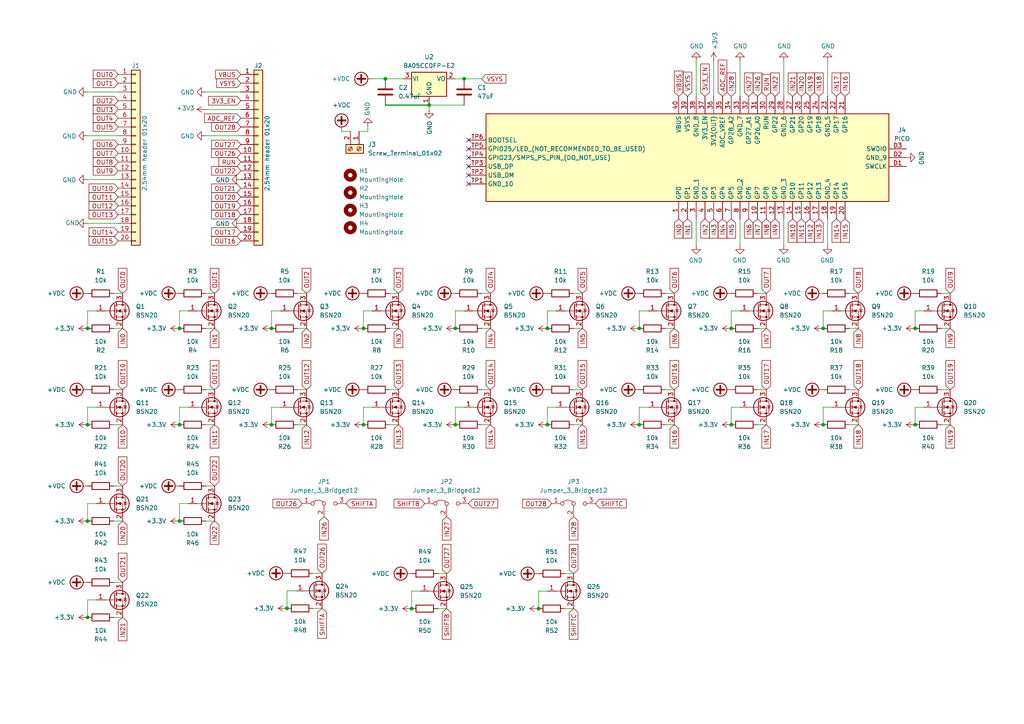
<source format=kicad_sch>
(kicad_sch (version 20230121) (generator eeschema)
  (paper "A4")
  (junction (at 25.4 95.25))
  (junction (at 119.38 176.53))
  (junction (at 78.74 95.25))
  (junction (at 25.4 179.07))
  (junction (at 124.46 30.48))
  (junction (at 52.07 95.25))
  (junction (at 238.76 123.19))
  (junction (at 212.09 95.25))
  (junction (at 78.74 123.19))
  (junction (at 158.75 123.19))
  (junction (at 158.75 95.25))
  (junction (at 25.4 123.19))
  (junction (at 265.43 95.25))
  (junction (at 212.09 123.19))
  (junction (at 134.62 22.86))
  (junction (at 105.41 123.19))
  (junction (at 52.07 123.19))
  (junction (at 83.2465 176.4457))
  (junction (at 265.43 123.19))
  (junction (at 52.07 151.13))
  (junction (at 185.42 123.19))
  (junction (at 238.76 95.25))
  (junction (at 185.42 95.25))
  (junction (at 132.08 95.25))
  (junction (at 111.76 22.86))
  (junction (at 105.41 95.25))
  (junction (at 132.08 123.19))
  (junction (at 25.4 151.13))
  (junction (at 156.21 176.53))
  (no_connect (at 135.89 53.34))
  (no_connect (at 135.89 40.64))
  (no_connect (at 135.89 43.18))
  (no_connect (at 135.89 48.26))
  (no_connect (at 135.89 50.8))
  (no_connect (at 135.89 45.72))
  (wire (pts (xy 59.69 123.19) (xy 62.23 123.19)))
  (wire (pts (xy 33.02 123.19) (xy 35.56 123.19)))
  (wire (pts (xy 25.4 179.07) (xy 25.4 173.99)))
  (wire (pts (xy 33.02 151.13) (xy 35.56 151.13)))
  (wire (pts (xy 59.69 140.97) (xy 62.23 140.97)))
  (wire (pts (xy 201.93 71.12) (xy 201.93 63.5)))
  (wire (pts (xy 78.74 95.25) (xy 78.74 90.17)))
  (wire (pts (xy 25.4 39.37) (xy 34.29 39.37)))
  (wire (pts (xy 86.36 85.09) (xy 88.9 85.09)))
  (wire (pts (xy 185.42 118.11) (xy 187.96 118.11)))
  (wire (pts (xy 86.36 113.03) (xy 88.9 113.03)))
  (wire (pts (xy 238.76 123.19) (xy 238.76 118.11)))
  (wire (pts (xy 105.41 123.19) (xy 105.41 118.11)))
  (wire (pts (xy 83.2465 171.3657) (xy 85.7865 171.3657)))
  (wire (pts (xy 86.36 123.19) (xy 88.9 123.19)))
  (wire (pts (xy 132.08 123.19) (xy 132.08 118.11)))
  (wire (pts (xy 246.38 123.19) (xy 248.92 123.19)))
  (wire (pts (xy 90.8665 176.4457) (xy 93.4065 176.4457)))
  (wire (pts (xy 212.09 118.11) (xy 214.63 118.11)))
  (wire (pts (xy 113.03 95.25) (xy 115.57 95.25)))
  (wire (pts (xy 132.08 118.11) (xy 134.62 118.11)))
  (wire (pts (xy 193.04 95.25) (xy 195.58 95.25)))
  (wire (pts (xy 25.4 52.07) (xy 34.29 52.07)))
  (wire (pts (xy 25.4 64.77) (xy 34.29 64.77)))
  (wire (pts (xy 78.74 90.17) (xy 81.28 90.17)))
  (wire (pts (xy 185.42 95.25) (xy 185.42 90.17)))
  (wire (pts (xy 59.69 85.09) (xy 62.23 85.09)))
  (wire (pts (xy 132.08 95.25) (xy 132.08 90.17)))
  (wire (pts (xy 105.41 118.11) (xy 107.95 118.11)))
  (wire (pts (xy 25.4 90.17) (xy 27.94 90.17)))
  (wire (pts (xy 193.04 113.03) (xy 195.58 113.03)))
  (wire (pts (xy 265.43 123.19) (xy 265.43 118.11)))
  (wire (pts (xy 246.38 113.03) (xy 248.92 113.03)))
  (wire (pts (xy 113.03 113.03) (xy 115.57 113.03)))
  (wire (pts (xy 185.42 123.19) (xy 185.42 118.11)))
  (wire (pts (xy 238.76 90.17) (xy 241.3 90.17)))
  (wire (pts (xy 25.4 95.25) (xy 25.4 90.17)))
  (wire (pts (xy 166.37 113.03) (xy 168.91 113.03)))
  (wire (pts (xy 25.4 173.99) (xy 27.94 173.99)))
  (wire (pts (xy 163.83 176.53) (xy 166.37 176.53)))
  (wire (pts (xy 25.4 123.19) (xy 25.4 118.11)))
  (wire (pts (xy 265.43 90.17) (xy 267.97 90.17)))
  (wire (pts (xy 111.76 30.48) (xy 124.46 30.48)) (stroke (width 0.33)))
  (wire (pts (xy 99.06 38.1) (xy 101.6 38.1)))
  (wire (pts (xy 156.21 171.45) (xy 158.75 171.45)))
  (wire (pts (xy 132.08 90.17) (xy 134.62 90.17)))
  (wire (pts (xy 59.69 26.67) (xy 69.85 26.67)))
  (wire (pts (xy 273.05 95.25) (xy 275.59 95.25)))
  (wire (pts (xy 158.75 90.17) (xy 161.29 90.17)))
  (wire (pts (xy 59.69 39.37) (xy 69.85 39.37)))
  (wire (pts (xy 25.4 26.67) (xy 34.29 26.67)))
  (wire (pts (xy 219.71 123.19) (xy 222.25 123.19)))
  (wire (pts (xy 212.09 95.25) (xy 212.09 90.17)))
  (wire (pts (xy 127 166.37) (xy 129.54 166.37)))
  (wire (pts (xy 265.43 95.25) (xy 265.43 90.17)))
  (wire (pts (xy 105.41 90.17) (xy 107.95 90.17)))
  (wire (pts (xy 273.05 123.19) (xy 275.59 123.19)))
  (wire (pts (xy 219.71 113.03) (xy 222.25 113.03)))
  (wire (pts (xy 124.46 31.75) (xy 124.46 30.48)))
  (wire (pts (xy 119.38 176.53) (xy 119.38 171.45)))
  (wire (pts (xy 52.07 90.17) (xy 54.61 90.17)))
  (wire (pts (xy 265.43 118.11) (xy 267.97 118.11)))
  (wire (pts (xy 83.2465 176.4457) (xy 83.2465 171.3657)))
  (wire (pts (xy 240.03 17.78) (xy 240.03 27.94)))
  (wire (pts (xy 158.75 123.19) (xy 158.75 118.11)))
  (wire (pts (xy 111.76 22.86) (xy 116.84 22.86)))
  (wire (pts (xy 166.37 95.25) (xy 168.91 95.25)))
  (wire (pts (xy 33.02 95.25) (xy 35.56 95.25)))
  (wire (pts (xy 193.04 123.19) (xy 195.58 123.19)))
  (wire (pts (xy 273.05 113.03) (xy 275.59 113.03)))
  (wire (pts (xy 124.46 30.48) (xy 134.62 30.48)))
  (wire (pts (xy 119.38 171.45) (xy 121.92 171.45)))
  (wire (pts (xy 139.7 123.19) (xy 142.24 123.19)))
  (wire (pts (xy 238.76 95.25) (xy 238.76 90.17)))
  (wire (pts (xy 59.69 113.03) (xy 62.23 113.03)))
  (wire (pts (xy 166.37 123.19) (xy 168.91 123.19)))
  (wire (pts (xy 139.7 85.09) (xy 142.24 85.09)))
  (wire (pts (xy 59.69 31.75) (xy 69.85 31.75)))
  (wire (pts (xy 127 176.53) (xy 129.54 176.53)))
  (wire (pts (xy 166.37 85.09) (xy 168.91 85.09)))
  (wire (pts (xy 193.04 85.09) (xy 195.58 85.09)))
  (wire (pts (xy 113.03 85.09) (xy 115.57 85.09)))
  (wire (pts (xy 86.36 95.25) (xy 88.9 95.25)))
  (wire (pts (xy 201.93 17.78) (xy 201.93 27.94)))
  (wire (pts (xy 104.14 38.1) (xy 106.68 38.1)))
  (wire (pts (xy 139.7 95.25) (xy 142.24 95.25)))
  (wire (pts (xy 273.05 85.09) (xy 275.59 85.09)))
  (wire (pts (xy 25.4 118.11) (xy 27.94 118.11)))
  (wire (pts (xy 212.09 123.19) (xy 212.09 118.11)))
  (wire (pts (xy 227.33 71.12) (xy 227.33 63.5)))
  (wire (pts (xy 52.07 146.05) (xy 54.61 146.05)))
  (wire (pts (xy 139.7 22.86) (xy 134.62 22.86)))
  (wire (pts (xy 207.01 17.78) (xy 207.01 27.94)))
  (wire (pts (xy 52.07 123.19) (xy 52.07 118.11)))
  (wire (pts (xy 212.09 90.17) (xy 214.63 90.17)))
  (wire (pts (xy 134.62 22.86) (xy 132.08 22.86)))
  (wire (pts (xy 240.03 71.12) (xy 240.03 63.5)))
  (wire (pts (xy 156.21 176.53) (xy 156.21 171.45)))
  (wire (pts (xy 158.75 118.11) (xy 161.29 118.11)))
  (wire (pts (xy 25.4 151.13) (xy 25.4 146.05)))
  (wire (pts (xy 238.76 118.11) (xy 241.3 118.11)))
  (wire (pts (xy 78.74 118.11) (xy 81.28 118.11)))
  (wire (pts (xy 33.02 179.07) (xy 35.56 179.07)))
  (wire (pts (xy 25.4 146.05) (xy 27.94 146.05)))
  (wire (pts (xy 33.02 113.03) (xy 35.56 113.03)))
  (wire (pts (xy 52.07 95.25) (xy 52.07 90.17)))
  (wire (pts (xy 52.07 151.13) (xy 52.07 146.05)))
  (wire (pts (xy 214.63 17.78) (xy 214.63 27.94)))
  (wire (pts (xy 227.33 17.78) (xy 227.33 27.94)))
  (wire (pts (xy 113.03 123.19) (xy 115.57 123.19)))
  (wire (pts (xy 219.71 85.09) (xy 222.25 85.09)))
  (wire (pts (xy 106.68 38.1) (xy 106.68 36.83)))
  (wire (pts (xy 90.8665 166.2857) (xy 93.4065 166.2857)))
  (wire (pts (xy 163.83 166.37) (xy 166.37 166.37)))
  (wire (pts (xy 107.95 22.86) (xy 111.76 22.86)))
  (wire (pts (xy 214.63 71.12) (xy 214.63 63.5)))
  (wire (pts (xy 33.02 168.91) (xy 35.56 168.91)))
  (wire (pts (xy 246.38 95.25) (xy 248.92 95.25)))
  (wire (pts (xy 33.02 140.97) (xy 35.56 140.97)))
  (wire (pts (xy 59.69 151.13) (xy 62.23 151.13)))
  (wire (pts (xy 59.69 95.25) (xy 62.23 95.25)))
  (wire (pts (xy 185.42 90.17) (xy 187.96 90.17)))
  (wire (pts (xy 105.41 95.25) (xy 105.41 90.17)))
  (wire (pts (xy 52.07 118.11) (xy 54.61 118.11)))
  (wire (pts (xy 139.7 113.03) (xy 142.24 113.03)))
  (wire (pts (xy 33.02 85.09) (xy 35.56 85.09)))
  (wire (pts (xy 78.74 123.19) (xy 78.74 118.11)))
  (wire (pts (xy 246.38 85.09) (xy 248.92 85.09)))
  (wire (pts (xy 158.75 95.25) (xy 158.75 90.17)))
  (wire (pts (xy 219.71 95.25) (xy 222.25 95.25)))
  (global_label "OUT7" (shape input) (at 222.25 85.09 90) (property "Intersheetrefs" "${INTERSHEET_REFS}" (effects hide)))
  (global_label "IN7" (shape input) (at 222.25 95.25 270) (property "Intersheetrefs" "${INTERSHEET_REFS}" (effects hide)))
  (global_label "IN19" (shape input) (at 275.59 123.19 270) (property "Intersheetrefs" "${INTERSHEET_REFS}" (effects hide)))
  (global_label "IN12" (shape input) (at 88.9 123.19 270) (property "Intersheetrefs" "${INTERSHEET_REFS}" (effects hide)))
  (global_label "VBUS" (shape input) (at 196.85 27.94 90) (property "Intersheetrefs" "${INTERSHEET_REFS}" (effects hide)))
  (global_label "IN22" (shape input) (at 62.23 151.13 270) (property "Intersheetrefs" "${INTERSHEET_REFS}" (effects hide)))
  (global_label "VBUS" (shape input) (at 69.85 21.59 180) (property "Intersheetrefs" "${INTERSHEET_REFS}" (effects hide)))
  (global_label "IN7" (shape input) (at 219.71 63.5 270) (property "Intersheetrefs" "${INTERSHEET_REFS}" (effects hide)))
  (global_label "OUT0" (shape input) (at 34.29 21.59 180) (property "Intersheetrefs" "${INTERSHEET_REFS}" (effects hide)))
  (global_label "OUT6" (shape input) (at 195.58 85.09 90) (property "Intersheetrefs" "${INTERSHEET_REFS}" (effects hide)))
  (global_label "IN3" (shape input) (at 115.57 95.25 270) (property "Intersheetrefs" "${INTERSHEET_REFS}" (effects hide)))
  (global_label "IN8" (shape input) (at 248.92 95.25 270) (property "Intersheetrefs" "${INTERSHEET_REFS}" (effects hide)))
  (global_label "ADC_REF" (shape input) (at 69.85 34.29 180) (property "Intersheetrefs" "${INTERSHEET_REFS}" (effects hide)))
  (global_label "IN4" (shape input) (at 142.24 95.25 270) (property "Intersheetrefs" "${INTERSHEET_REFS}" (effects hide)))
  (global_label "IN17" (shape input) (at 222.25 123.19 270) (property "Intersheetrefs" "${INTERSHEET_REFS}" (effects hide)))
  (global_label "OUT12" (shape input) (at 88.9 113.03 90) (property "Intersheetrefs" "${INTERSHEET_REFS}" (effects hide)))
  (global_label "SHIFTA" (shape input) (at 93.4065 176.4457 270) (property "Intersheetrefs" "${INTERSHEET_REFS}" (effects hide)))
  (global_label "SHIFTC" (shape input) (at 166.37 176.53 270) (property "Intersheetrefs" "${INTERSHEET_REFS}" (effects hide)))
  (global_label "IN15" (shape input) (at 245.11 63.5 270) (property "Intersheetrefs" "${INTERSHEET_REFS}" (effects hide)))
  (global_label "IN20" (shape input) (at 232.41 27.94 90) (property "Intersheetrefs" "${INTERSHEET_REFS}" (effects hide)))
  (global_label "OUT11" (shape input) (at 62.23 113.03 90) (property "Intersheetrefs" "${INTERSHEET_REFS}" (effects hide)))
  (global_label "OUT26" (shape input) (at 87.63 146.05 180) (property "Intersheetrefs" "${INTERSHEET_REFS}" (effects hide)))
  (global_label "OUT27" (shape input) (at 129.54 166.37 90) (property "Intersheetrefs" "${INTERSHEET_REFS}" (effects hide)))
  (global_label "OUT8" (shape input) (at 34.29 46.99 180) (property "Intersheetrefs" "${INTERSHEET_REFS}" (effects hide)))
  (global_label "ADC_REF" (shape input) (at 209.55 27.94 90) (property "Intersheetrefs" "${INTERSHEET_REFS}" (effects hide)))
  (global_label "OUT10" (shape input) (at 34.29 54.61 180) (property "Intersheetrefs" "${INTERSHEET_REFS}" (effects hide)))
  (global_label "OUT22" (shape input) (at 62.23 140.97 90) (property "Intersheetrefs" "${INTERSHEET_REFS}" (effects hide)))
  (global_label "OUT26" (shape input) (at 69.85 44.45 180) (property "Intersheetrefs" "${INTERSHEET_REFS}" (effects hide)))
  (global_label "IN6" (shape input) (at 195.58 95.25 270) (property "Intersheetrefs" "${INTERSHEET_REFS}" (effects hide)))
  (global_label "VSYS" (shape input) (at 139.7 22.86 0) (property "Intersheetrefs" "${INTERSHEET_REFS}" (effects hide)))
  (global_label "OUT3" (shape input) (at 34.29 31.75 180) (property "Intersheetrefs" "${INTERSHEET_REFS}" (effects hide)))
  (global_label "OUT28" (shape input) (at 166.37 166.37 90) (property "Intersheetrefs" "${INTERSHEET_REFS}" (effects hide)))
  (global_label "OUT15" (shape input) (at 34.29 69.85 180) (property "Intersheetrefs" "${INTERSHEET_REFS}" (effects hide)))
  (global_label "IN13" (shape input) (at 115.57 123.19 270) (property "Intersheetrefs" "${INTERSHEET_REFS}" (effects hide)))
  (global_label "OUT4" (shape input) (at 142.24 85.09 90) (property "Intersheetrefs" "${INTERSHEET_REFS}" (effects hide)))
  (global_label "OUT15" (shape input) (at 168.91 113.03 90) (property "Intersheetrefs" "${INTERSHEET_REFS}" (effects hide)))
  (global_label "3V3_EN" (shape input) (at 69.85 29.21 180) (property "Intersheetrefs" "${INTERSHEET_REFS}" (effects hide)))
  (global_label "SHIFTA" (shape input) (at 100.33 146.05 0) (property "Intersheetrefs" "${INTERSHEET_REFS}" (effects hide)))
  (global_label "OUT19" (shape input) (at 275.59 113.03 90) (property "Intersheetrefs" "${INTERSHEET_REFS}" (effects hide)))
  (global_label "OUT28" (shape input) (at 160.02 146.05 180) (property "Intersheetrefs" "${INTERSHEET_REFS}" (effects hide)))
  (global_label "OUT1" (shape input) (at 62.23 85.09 90) (property "Intersheetrefs" "${INTERSHEET_REFS}" (effects hide)))
  (global_label "OUT19" (shape input) (at 69.85 59.69 180) (property "Intersheetrefs" "${INTERSHEET_REFS}" (effects hide)))
  (global_label "OUT13" (shape input) (at 115.57 113.03 90) (property "Intersheetrefs" "${INTERSHEET_REFS}" (effects hide)))
  (global_label "OUT20" (shape input) (at 69.85 57.15 180) (property "Intersheetrefs" "${INTERSHEET_REFS}" (effects hide)))
  (global_label "IN1" (shape input) (at 199.39 63.5 270) (property "Intersheetrefs" "${INTERSHEET_REFS}" (effects hide)))
  (global_label "IN17" (shape input) (at 242.57 27.94 90) (property "Intersheetrefs" "${INTERSHEET_REFS}" (effects hide)))
  (global_label "OUT2" (shape input) (at 88.9 85.09 90) (property "Intersheetrefs" "${INTERSHEET_REFS}" (effects hide)))
  (global_label "IN9" (shape input) (at 275.59 95.25 270) (property "Intersheetrefs" "${INTERSHEET_REFS}" (effects hide)))
  (global_label "OUT28" (shape input) (at 69.85 36.83 180) (property "Intersheetrefs" "${INTERSHEET_REFS}" (effects hide)))
  (global_label "OUT17" (shape input) (at 69.85 67.31 180) (property "Intersheetrefs" "${INTERSHEET_REFS}" (effects hide)))
  (global_label "3V3_EN" (shape input) (at 204.47 27.94 90) (property "Intersheetrefs" "${INTERSHEET_REFS}" (effects hide)))
  (global_label "OUT22" (shape input) (at 69.85 49.53 180) (property "Intersheetrefs" "${INTERSHEET_REFS}" (effects hide)))
  (global_label "IN16" (shape input) (at 195.58 123.19 270) (property "Intersheetrefs" "${INTERSHEET_REFS}" (effects hide)))
  (global_label "IN12" (shape input) (at 234.95 63.5 270) (property "Intersheetrefs" "${INTERSHEET_REFS}" (effects hide)))
  (global_label "OUT26" (shape input) (at 93.4065 166.2857 90) (property "Intersheetrefs" "${INTERSHEET_REFS}" (effects hide)))
  (global_label "RUN" (shape input) (at 69.85 46.99 180) (property "Intersheetrefs" "${INTERSHEET_REFS}" (effects hide)))
  (global_label "OUT6" (shape input) (at 34.29 41.91 180) (property "Intersheetrefs" "${INTERSHEET_REFS}" (effects hide)))
  (global_label "VSYS" (shape input) (at 199.39 27.94 90) (property "Intersheetrefs" "${INTERSHEET_REFS}" (effects hide)))
  (global_label "OUT9" (shape input) (at 34.29 49.53 180) (property "Intersheetrefs" "${INTERSHEET_REFS}" (effects hide)))
  (global_label "IN10" (shape input) (at 229.87 63.5 270) (property "Intersheetrefs" "${INTERSHEET_REFS}" (effects hide)))
  (global_label "IN21" (shape input) (at 35.56 179.07 270) (property "Intersheetrefs" "${INTERSHEET_REFS}" (effects hide)))
  (global_label "IN10" (shape input) (at 35.56 123.19 270) (property "Intersheetrefs" "${INTERSHEET_REFS}" (effects hide)))
  (global_label "IN26" (shape input) (at 93.98 149.86 270) (property "Intersheetrefs" "${INTERSHEET_REFS}" (effects hide)))
  (global_label "SHIFTB" (shape input) (at 123.19 146.05 180) (property "Intersheetrefs" "${INTERSHEET_REFS}" (effects hide)))
  (global_label "IN13" (shape input) (at 237.49 63.5 270) (property "Intersheetrefs" "${INTERSHEET_REFS}" (effects hide)))
  (global_label "IN19" (shape input) (at 234.95 27.94 90) (property "Intersheetrefs" "${INTERSHEET_REFS}" (effects hide)))
  (global_label "OUT18" (shape input) (at 69.85 62.23 180) (property "Intersheetrefs" "${INTERSHEET_REFS}" (effects hide)))
  (global_label "OUT5" (shape input) (at 168.91 85.09 90) (property "Intersheetrefs" "${INTERSHEET_REFS}" (effects hide)))
  (global_label "IN4" (shape input) (at 209.55 63.5 270) (property "Intersheetrefs" "${INTERSHEET_REFS}" (effects hide)))
  (global_label "IN0" (shape input) (at 35.56 95.25 270) (property "Intersheetrefs" "${INTERSHEET_REFS}" (effects hide)))
  (global_label "IN5" (shape input) (at 168.91 95.25 270) (property "Intersheetrefs" "${INTERSHEET_REFS}" (effects hide)))
  (global_label "IN3" (shape input) (at 207.01 63.5 270) (property "Intersheetrefs" "${INTERSHEET_REFS}" (effects hide)))
  (global_label "OUT11" (shape input) (at 34.29 57.15 180) (property "Intersheetrefs" "${INTERSHEET_REFS}" (effects hide)))
  (global_label "SHIFTB" (shape input) (at 129.54 176.53 270) (property "Intersheetrefs" "${INTERSHEET_REFS}" (effects hide)))
  (global_label "OUT7" (shape input) (at 34.29 44.45 180) (property "Intersheetrefs" "${INTERSHEET_REFS}" (effects hide)))
  (global_label "IN21" (shape input) (at 229.87 27.94 90) (property "Intersheetrefs" "${INTERSHEET_REFS}" (effects hide)))
  (global_label "IN27" (shape input) (at 217.17 27.94 90) (property "Intersheetrefs" "${INTERSHEET_REFS}" (effects hide)))
  (global_label "IN28" (shape input) (at 212.09 27.94 90) (property "Intersheetrefs" "${INTERSHEET_REFS}" (effects hide)))
  (global_label "IN11" (shape input) (at 62.23 123.19 270) (property "Intersheetrefs" "${INTERSHEET_REFS}" (effects hide)))
  (global_label "OUT2" (shape input) (at 34.29 29.21 180) (property "Intersheetrefs" "${INTERSHEET_REFS}" (effects hide)))
  (global_label "RUN" (shape input) (at 222.25 27.94 90) (property "Intersheetrefs" "${INTERSHEET_REFS}" (effects hide)))
  (global_label "OUT1" (shape input) (at 34.29 24.13 180) (property "Intersheetrefs" "${INTERSHEET_REFS}" (effects hide)))
  (global_label "OUT20" (shape input) (at 35.56 140.97 90) (property "Intersheetrefs" "${INTERSHEET_REFS}" (effects hide)))
  (global_label "IN20" (shape input) (at 35.56 151.13 270) (property "Intersheetrefs" "${INTERSHEET_REFS}" (effects hide)))
  (global_label "IN2" (shape input) (at 204.47 63.5 270) (property "Intersheetrefs" "${INTERSHEET_REFS}" (effects hide)))
  (global_label "IN6" (shape input) (at 217.17 63.5 270) (property "Intersheetrefs" "${INTERSHEET_REFS}" (effects hide)))
  (global_label "OUT9" (shape input) (at 275.59 85.09 90) (property "Intersheetrefs" "${INTERSHEET_REFS}" (effects hide)))
  (global_label "IN5" (shape input) (at 212.09 63.5 270) (property "Intersheetrefs" "${INTERSHEET_REFS}" (effects hide)))
  (global_label "IN9" (shape input) (at 224.79 63.5 270) (property "Intersheetrefs" "${INTERSHEET_REFS}" (effects hide)))
  (global_label "OUT8" (shape input) (at 248.92 85.09 90) (property "Intersheetrefs" "${INTERSHEET_REFS}" (effects hide)))
  (global_label "OUT3" (shape input) (at 115.57 85.09 90) (property "Intersheetrefs" "${INTERSHEET_REFS}" (effects hide)))
  (global_label "IN18" (shape input) (at 237.49 27.94 90) (property "Intersheetrefs" "${INTERSHEET_REFS}" (effects hide)))
  (global_label "OUT12" (shape input) (at 34.29 59.69 180) (property "Intersheetrefs" "${INTERSHEET_REFS}" (effects hide)))
  (global_label "OUT21" (shape input) (at 69.85 54.61 180) (property "Intersheetrefs" "${INTERSHEET_REFS}" (effects hide)))
  (global_label "IN14" (shape input) (at 142.24 123.19 270) (property "Intersheetrefs" "${INTERSHEET_REFS}" (effects hide)))
  (global_label "SHIFTC" (shape input) (at 172.72 146.05 0) (property "Intersheetrefs" "${INTERSHEET_REFS}" (effects hide)))
  (global_label "IN8" (shape input) (at 222.25 63.5 270) (property "Intersheetrefs" "${INTERSHEET_REFS}" (effects hide)))
  (global_label "IN14" (shape input) (at 242.57 63.5 270) (property "Intersheetrefs" "${INTERSHEET_REFS}" (effects hide)))
  (global_label "IN26" (shape input) (at 219.71 27.94 90) (property "Intersheetrefs" "${INTERSHEET_REFS}" (effects hide)))
  (global_label "OUT5" (shape input) (at 34.29 36.83 180) (property "Intersheetrefs" "${INTERSHEET_REFS}" (effects hide)))
  (global_label "IN18" (shape input) (at 248.92 123.19 270) (property "Intersheetrefs" "${INTERSHEET_REFS}" (effects hide)))
  (global_label "IN27" (shape input) (at 129.54 149.86 270) (property "Intersheetrefs" "${INTERSHEET_REFS}" (effects hide)))
  (global_label "OUT16" (shape input) (at 195.58 113.03 90) (property "Intersheetrefs" "${INTERSHEET_REFS}" (effects hide)))
  (global_label "OUT14" (shape input) (at 34.29 67.31 180) (property "Intersheetrefs" "${INTERSHEET_REFS}" (effects hide)))
  (global_label "OUT4" (shape input) (at 34.29 34.29 180) (property "Intersheetrefs" "${INTERSHEET_REFS}" (effects hide)))
  (global_label "OUT27" (shape input) (at 135.89 146.05 0) (property "Intersheetrefs" "${INTERSHEET_REFS}" (effects hide)))
  (global_label "IN11" (shape input) (at 232.41 63.5 270) (property "Intersheetrefs" "${INTERSHEET_REFS}" (effects hide)))
  (global_label "IN16" (shape input) (at 245.11 27.94 90) (property "Intersheetrefs" "${INTERSHEET_REFS}" (effects hide)))
  (global_label "OUT14" (shape input) (at 142.24 113.03 90) (property "Intersheetrefs" "${INTERSHEET_REFS}" (effects hide)))
  (global_label "IN1" (shape input) (at 62.23 95.25 270) (property "Intersheetrefs" "${INTERSHEET_REFS}" (effects hide)))
  (global_label "OUT21" (shape input) (at 35.56 168.91 90) (property "Intersheetrefs" "${INTERSHEET_REFS}" (effects hide)))
  (global_label "OUT18" (shape input) (at 248.92 113.03 90) (property "Intersheetrefs" "${INTERSHEET_REFS}" (effects hide)))
  (global_label "OUT27" (shape input) (at 69.85 41.91 180) (property "Intersheetrefs" "${INTERSHEET_REFS}" (effects hide)))
  (global_label "OUT0" (shape input) (at 35.56 85.09 90) (property "Intersheetrefs" "${INTERSHEET_REFS}" (effects hide)))
  (global_label "VSYS" (shape input) (at 69.85 24.13 180) (property "Intersheetrefs" "${INTERSHEET_REFS}" (effects hide)))
  (global_label "OUT13" (shape input) (at 34.29 62.23 180) (property "Intersheetrefs" "${INTERSHEET_REFS}" (effects hide)))
  (global_label "IN28" (shape input) (at 166.37 149.86 270) (property "Intersheetrefs" "${INTERSHEET_REFS}" (effects hide)))
  (global_label "IN15" (shape input) (at 168.91 123.19 270) (property "Intersheetrefs" "${INTERSHEET_REFS}" (effects hide)))
  (global_label "OUT17" (shape input) (at 222.25 113.03 90) (property "Intersheetrefs" "${INTERSHEET_REFS}" (effects hide)))
  (global_label "IN0" (shape input) (at 196.85 63.5 270) (property "Intersheetrefs" "${INTERSHEET_REFS}" (effects hide)))
  (global_label "OUT16" (shape input) (at 69.85 69.85 180) (property "Intersheetrefs" "${INTERSHEET_REFS}" (effects hide)))
  (global_label "IN2" (shape input) (at 88.9 95.25 270) (property "Intersheetrefs" "${INTERSHEET_REFS}" (effects hide)))
  (global_label "OUT10" (shape input) (at 35.56 113.03 90) (property "Intersheetrefs" "${INTERSHEET_REFS}" (effects hide)))
  (global_label "IN22" (shape input) (at 224.79 27.94 90) (property "Intersheetrefs" "${INTERSHEET_REFS}" (effects hide)))
  (symbol (lib_id "power:+VDC") (at 238.76 85.09 90) (unit 1)
    (property "Reference" "#PWR027" (effects hide))
    (property "Value" "+VDC" (at 232.41 85.09 90) (effects (justify left)))
  )
  (symbol (lib_id "Transistor_FET:BSN20") (at 273.05 118.11 0) (unit 1)
    (property "Reference" "Q20" (at 279.4 116.84 0) (effects (justify left)))
    (property "Value" "BSN20" (at 279.4 119.38 0) (effects (justify left)))
    (property "Footprint" "Package_TO_SOT_SMD:SOT-23" (effects hide))
    (property "Datasheet" "http://www.diodes.com/assets/Datasheets/ds31898.pdf" (effects hide))
  )
  (symbol (lib_id "power:GND") (at 201.93 17.78 0) (mirror x) (unit 1)
    (property "Reference" "#PWR051" (effects hide))
    (property "Value" "GND" (at 202.057 13.3858 0))
  )
  (symbol (lib_name "+3.3V_1") (lib_id "power:+3.3V") (at 238.76 95.25 90) (unit 1)
    (property "Reference" "#PWR028" (effects hide))
    (property "Value" "+3.3V" (at 234.95 95.25 90) (effects (justify left)))
  )
  (symbol (lib_id "power:GND") (at 25.4 26.67 270) (unit 1)
    (property "Reference" "#PWR05" (effects hide))
    (property "Value" "GND" (at 20.32 26.67 90))
  )
  (symbol (lib_id "Device:R") (at 162.56 123.19 270) (unit 1)
    (property "Reference" "R32" (at 162.56 129.54 90))
    (property "Value" "10k" (at 162.56 127 90))
    (property "Footprint" "Resistor_SMD:R_0402_1005Metric" (effects hide))
  )
  (symbol (lib_name "+3.3V_1") (lib_id "power:+3.3V") (at 185.42 123.19 90) (unit 1)
    (property "Reference" "#PWR055" (effects hide))
    (property "Value" "+3.3V" (at 181.61 123.19 90) (effects (justify left)))
  )
  (symbol (lib_id "power:GND") (at 262.89 45.72 90) (mirror x) (unit 1)
    (property "Reference" "#PWR047" (effects hide))
    (property "Value" "GND" (at 267.2842 45.847 0))
  )
  (symbol (lib_id "Transistor_FET:BSN20") (at 86.36 118.11 0) (unit 1)
    (property "Reference" "Q13" (at 92.71 116.84 0) (effects (justify left)))
    (property "Value" "BSN20" (at 92.71 119.38 0) (effects (justify left)))
    (property "Footprint" "Package_TO_SOT_SMD:SOT-23" (effects hide))
    (property "Datasheet" "http://www.diodes.com/assets/Datasheets/ds31898.pdf" (effects hide))
  )
  (symbol (lib_id "Device:R") (at 160.02 176.53 270) (unit 1)
    (property "Reference" "R52" (at 160.02 182.88 90))
    (property "Value" "10k" (at 160.02 180.34 90))
    (property "Footprint" "Resistor_SMD:R_0402_1005Metric" (effects hide))
  )
  (symbol (lib_name "+3.3V_1") (lib_id "power:+3.3V") (at 105.41 123.19 90) (unit 1)
    (property "Reference" "#PWR038" (effects hide))
    (property "Value" "+3.3V" (at 101.6 123.19 90) (effects (justify left)))
  )
  (symbol (lib_id "power:GND") (at 59.69 26.67 270) (unit 1)
    (property "Reference" "#PWR011" (effects hide))
    (property "Value" "GND" (at 56.4388 26.797 90) (effects (justify right)))
  )
  (symbol (lib_id "Device:R") (at 269.24 95.25 270) (unit 1)
    (property "Reference" "R20" (at 269.24 101.6 90))
    (property "Value" "10k" (at 269.24 99.06 90))
    (property "Footprint" "Resistor_SMD:R_0402_1005Metric" (effects hide))
  )
  (symbol (lib_id "Mechanical:MountingHole") (at 101.6 55.88 0) (unit 1)
    (property "Reference" "H2" (at 104.14 54.61 0) (effects (justify left)))
    (property "Value" "MountingHole" (at 104.14 57.15 0) (effects (justify left)))
    (property "Footprint" "MountingHole:MountingHole_4.3mm_M4_ISO14580" (effects hide))
  )
  (symbol (lib_id "power:+VDC") (at 265.43 113.03 90) (unit 1)
    (property "Reference" "#PWR060" (effects hide))
    (property "Value" "+VDC" (at 259.08 113.03 90) (effects (justify left)))
  )
  (symbol (lib_id "power:GND") (at 69.85 52.07 270) (unit 1)
    (property "Reference" "#PWR012" (effects hide))
    (property "Value" "GND" (at 66.5988 52.197 90) (effects (justify right)))
  )
  (symbol (lib_id "power:GND") (at 59.69 39.37 270) (unit 1)
    (property "Reference" "#PWR03" (effects hide))
    (property "Value" "GND" (at 56.4388 39.497 90) (effects (justify right)))
  )
  (symbol (lib_id "Device:R") (at 215.9 113.03 270) (unit 1)
    (property "Reference" "R35" (at 215.9 106.68 90))
    (property "Value" "10k" (at 215.9 109.22 90))
    (property "Footprint" "Resistor_SMD:R_0402_1005Metric" (effects hide))
  )
  (symbol (lib_id "Transistor_FET:BSN20") (at 246.38 118.11 0) (unit 1)
    (property "Reference" "Q19" (at 252.73 116.84 0) (effects (justify left)))
    (property "Value" "BSN20" (at 252.73 119.38 0) (effects (justify left)))
    (property "Footprint" "Package_TO_SOT_SMD:SOT-23" (effects hide))
    (property "Datasheet" "http://www.diodes.com/assets/Datasheets/ds31898.pdf" (effects hide))
  )
  (symbol (lib_id "CustomSymbol:PICO") (at 196.85 63.5 90) (unit 1)
    (property "Reference" "J4" (at 261.62 37.6839 90))
    (property "Value" "PICO" (at 261.62 40.2239 90))
    (property "Footprint" "CustomFeet:RPi_Pico_SMD_TH" (effects hide))
    (property "Datasheet" "https://datasheets.raspberrypi.org/pico/pico_datasheet.pdf" (effects hide))
    (property "Height" "1" (effects hide))
    (property "Manufacturer_Name" "RASPBERRY-PI" (effects hide))
    (property "Manufacturer_Part_Number" "PICO" (effects hide))
  )
  (symbol (lib_id "Transistor_FET:BSN20") (at 59.69 146.05 0) (unit 1)
    (property "Reference" "Q23" (at 66.04 144.78 0) (effects (justify left)))
    (property "Value" "BSN20" (at 66.04 147.32 0) (effects (justify left)))
    (property "Footprint" "Package_TO_SOT_SMD:SOT-23" (effects hide))
    (property "Datasheet" "http://www.diodes.com/assets/Datasheets/ds31898.pdf" (effects hide))
  )
  (symbol (lib_id "Transistor_FET:BSN20") (at 33.02 118.11 0) (unit 1)
    (property "Reference" "Q11" (at 39.37 116.84 0) (effects (justify left)))
    (property "Value" "BSN20" (at 39.37 119.38 0) (effects (justify left)))
    (property "Footprint" "Package_TO_SOT_SMD:SOT-23" (effects hide))
    (property "Datasheet" "http://www.diodes.com/assets/Datasheets/ds31898.pdf" (effects hide))
  )
  (symbol (lib_id "Jumper:Jumper_3_Bridged12") (at 129.54 146.05 0) (unit 1)
    (property "Reference" "JP2" (at 129.54 139.7 0))
    (property "Value" "Jumper_3_Bridged12" (at 129.54 142.24 0))
    (property "Footprint" "CustomFeet:SolderJumper-3_P1.3mm_Bridged12_RoundedPad1.0x1.5mm" (effects hide))
  )
  (symbol (lib_id "power:GND") (at 214.63 17.78 0) (mirror x) (unit 1)
    (property "Reference" "#PWR050" (effects hide))
    (property "Value" "GND" (at 214.757 13.3858 0))
  )
  (symbol (lib_id "power:+VDC") (at 52.07 140.97 90) (unit 1)
    (property "Reference" "#PWR066" (effects hide))
    (property "Value" "+VDC" (at 45.72 140.97 90) (effects (justify left)))
  )
  (symbol (lib_id "Transistor_FET:BSN20") (at 139.7 118.11 0) (unit 1)
    (property "Reference" "Q15" (at 146.05 116.84 0) (effects (justify left)))
    (property "Value" "BSN20" (at 146.05 119.38 0) (effects (justify left)))
    (property "Footprint" "Package_TO_SOT_SMD:SOT-23" (effects hide))
    (property "Datasheet" "http://www.diodes.com/assets/Datasheets/ds31898.pdf" (effects hide))
  )
  (symbol (lib_id "Device:R") (at 162.56 85.09 270) (unit 1)
    (property "Reference" "R11" (at 162.56 78.74 90))
    (property "Value" "10k" (at 162.56 81.28 90))
    (property "Footprint" "Resistor_SMD:R_0402_1005Metric" (effects hide))
  )
  (symbol (lib_id "Device:R") (at 29.21 168.91 270) (unit 1)
    (property "Reference" "R43" (at 29.21 162.56 90))
    (property "Value" "10k" (at 29.21 165.1 90))
    (property "Footprint" "Resistor_SMD:R_0402_1005Metric" (effects hide))
  )
  (symbol (lib_id "Transistor_FET:BSN20") (at 273.05 90.17 0) (unit 1)
    (property "Reference" "Q10" (at 279.4 88.9 0) (effects (justify left)))
    (property "Value" "BSN20" (at 279.4 91.44 0) (effects (justify left)))
    (property "Footprint" "Package_TO_SOT_SMD:SOT-23" (effects hide))
    (property "Datasheet" "http://www.diodes.com/assets/Datasheets/ds31898.pdf" (effects hide))
  )
  (symbol (lib_id "power:+VDC") (at 119.38 166.37 90) (unit 1)
    (property "Reference" "#PWR070" (effects hide))
    (property "Value" "+VDC" (at 113.03 166.37 90) (effects (justify left)))
  )
  (symbol (lib_id "Device:R") (at 123.19 176.53 270) (unit 1)
    (property "Reference" "R50" (at 123.19 182.88 90))
    (property "Value" "10k" (at 123.19 180.34 90))
    (property "Footprint" "Resistor_SMD:R_0402_1005Metric" (effects hide))
  )
  (symbol (lib_id "power:+VDC") (at 52.07 113.03 90) (unit 1)
    (property "Reference" "#PWR033" (effects hide))
    (property "Value" "+VDC" (at 45.72 113.03 90) (effects (justify left)))
  )
  (symbol (lib_id "Device:R") (at 55.88 140.97 270) (unit 1)
    (property "Reference" "R45" (at 55.88 134.62 90))
    (property "Value" "10k" (at 55.88 137.16 90))
    (property "Footprint" "Resistor_SMD:R_0402_1005Metric" (effects hide))
  )
  (symbol (lib_id "Device:R") (at 55.88 151.13 270) (unit 1)
    (property "Reference" "R46" (at 55.88 157.48 90))
    (property "Value" "10k" (at 55.88 154.94 90))
    (property "Footprint" "Resistor_SMD:R_0402_1005Metric" (effects hide))
  )
  (symbol (lib_id "power:+VDC") (at 25.4 140.97 90) (unit 1)
    (property "Reference" "#PWR062" (effects hide))
    (property "Value" "+VDC" (at 19.05 140.97 90) (effects (justify left)))
  )
  (symbol (lib_id "power:+VDC") (at 52.07 85.09 90) (unit 1)
    (property "Reference" "#PWR04" (effects hide))
    (property "Value" "+VDC" (at 45.72 85.09 90) (effects (justify left)))
  )
  (symbol (lib_id "power:GND") (at 240.03 17.78 0) (mirror x) (unit 1)
    (property "Reference" "#PWR048" (effects hide))
    (property "Value" "GND" (at 240.157 13.3858 0))
  )
  (symbol (lib_id "Device:R") (at 55.88 95.25 270) (unit 1)
    (property "Reference" "R4" (at 55.88 101.6 90))
    (property "Value" "10k" (at 55.88 99.06 90))
    (property "Footprint" "Resistor_SMD:R_0402_1005Metric" (effects hide))
  )
  (symbol (lib_id "Connector_Generic:Conn_01x20") (at 39.37 44.45 0) (unit 1)
    (property "Reference" "J1" (at 39.37 19.05 0))
    (property "Value" "2.54mm header 01x20" (at 41.91 44.45 90))
    (property "Footprint" "Connector_PinHeader_2.54mm:PinHeader_1x20_P2.54mm_Vertical" (effects hide))
    (property "LCSC" " " (effects hide))
  )
  (symbol (lib_id "Transistor_FET:BSN20") (at 33.02 146.05 0) (unit 1)
    (property "Reference" "Q21" (at 39.37 144.78 0) (effects (justify left)))
    (property "Value" "BSN20" (at 39.37 147.32 0) (effects (justify left)))
    (property "Footprint" "Package_TO_SOT_SMD:SOT-23" (effects hide))
    (property "Datasheet" "http://www.diodes.com/assets/Datasheets/ds31898.pdf" (effects hide))
  )
  (symbol (lib_id "Jumper:Jumper_3_Bridged12") (at 166.37 146.05 0) (unit 1)
    (property "Reference" "JP3" (at 166.37 139.7 0))
    (property "Value" "Jumper_3_Bridged12" (at 166.37 142.24 0))
    (property "Footprint" "CustomFeet:SolderJumper-3_P1.3mm_Bridged12_RoundedPad1.0x1.5mm" (effects hide))
  )
  (symbol (lib_id "Device:R") (at 242.57 95.25 270) (unit 1)
    (property "Reference" "R18" (at 242.57 101.6 90))
    (property "Value" "10k" (at 242.57 99.06 90))
    (property "Footprint" "Resistor_SMD:R_0402_1005Metric" (effects hide))
  )
  (symbol (lib_name "+3.3V_1") (lib_id "power:+3.3V") (at 78.74 123.19 90) (unit 1)
    (property "Reference" "#PWR036" (effects hide))
    (property "Value" "+3.3V" (at 74.93 123.19 90) (effects (justify left)))
  )
  (symbol (lib_id "Transistor_FET:BSN20") (at 59.69 118.11 0) (unit 1)
    (property "Reference" "Q12" (at 66.04 116.84 0) (effects (justify left)))
    (property "Value" "BSN20" (at 66.04 119.38 0) (effects (justify left)))
    (property "Footprint" "Package_TO_SOT_SMD:SOT-23" (effects hide))
    (property "Datasheet" "http://www.diodes.com/assets/Datasheets/ds31898.pdf" (effects hide))
  )
  (symbol (lib_id "Device:R") (at 109.22 113.03 270) (unit 1)
    (property "Reference" "R27" (at 109.22 106.68 90))
    (property "Value" "10k" (at 109.22 109.22 90))
    (property "Footprint" "Resistor_SMD:R_0402_1005Metric" (effects hide))
  )
  (symbol (lib_id "power:+VDC") (at 185.42 113.03 90) (unit 1)
    (property "Reference" "#PWR054" (effects hide))
    (property "Value" "+VDC" (at 179.07 113.03 90) (effects (justify left)))
  )
  (symbol (lib_id "Device:R") (at 123.19 166.37 270) (unit 1)
    (property "Reference" "R49" (at 123.19 160.02 90))
    (property "Value" "10k" (at 123.19 162.56 90))
    (property "Footprint" "Resistor_SMD:R_0402_1005Metric" (effects hide))
  )
  (symbol (lib_id "Device:R") (at 215.9 95.25 270) (unit 1)
    (property "Reference" "R16" (at 215.9 101.6 90))
    (property "Value" "10k" (at 215.9 99.06 90))
    (property "Footprint" "Resistor_SMD:R_0402_1005Metric" (effects hide))
  )
  (symbol (lib_id "Transistor_FET:BSN20") (at 113.03 90.17 0) (unit 1)
    (property "Reference" "Q4" (at 119.38 88.9 0) (effects (justify left)))
    (property "Value" "BSN20" (at 119.38 91.44 0) (effects (justify left)))
    (property "Footprint" "Package_TO_SOT_SMD:SOT-23" (effects hide))
    (property "Datasheet" "http://www.diodes.com/assets/Datasheets/ds31898.pdf" (effects hide))
  )
  (symbol (lib_id "power:+VDC") (at 132.08 85.09 90) (unit 1)
    (property "Reference" "#PWR019" (effects hide))
    (property "Value" "+VDC" (at 125.73 85.09 90) (effects (justify left)))
  )
  (symbol (lib_id "Device:R") (at 269.24 123.19 270) (unit 1)
    (property "Reference" "R40" (at 269.24 129.54 90))
    (property "Value" "10k" (at 269.24 127 90))
    (property "Footprint" "Resistor_SMD:R_0402_1005Metric" (effects hide))
  )
  (symbol (lib_id "power:+VDC") (at 25.4 113.03 90) (unit 1)
    (property "Reference" "#PWR031" (effects hide))
    (property "Value" "+VDC" (at 19.05 113.03 90) (effects (justify left)))
  )
  (symbol (lib_id "power:+VDC") (at 158.75 113.03 90) (unit 1)
    (property "Reference" "#PWR041" (effects hide))
    (property "Value" "+VDC" (at 152.4 113.03 90) (effects (justify left)))
  )
  (symbol (lib_name "+3.3V_1") (lib_id "power:+3.3V") (at 158.75 95.25 90) (unit 1)
    (property "Reference" "#PWR022" (effects hide))
    (property "Value" "+3.3V" (at 154.94 95.25 90) (effects (justify left)))
  )
  (symbol (lib_id "Device:R") (at 215.9 85.09 270) (unit 1)
    (property "Reference" "R15" (at 215.9 78.74 90))
    (property "Value" "10k" (at 215.9 81.28 90))
    (property "Footprint" "Resistor_SMD:R_0402_1005Metric" (effects hide))
  )
  (symbol (lib_id "power:+VDC") (at 158.75 85.09 90) (unit 1)
    (property "Reference" "#PWR021" (effects hide))
    (property "Value" "+VDC" (at 152.4 85.09 90) (effects (justify left)))
  )
  (symbol (lib_id "Mechanical:MountingHole") (at 101.6 66.04 0) (unit 1)
    (property "Reference" "H4" (at 104.14 64.77 0) (effects (justify left)))
    (property "Value" "MountingHole" (at 104.14 67.31 0) (effects (justify left)))
    (property "Footprint" "MountingHole:MountingHole_4.3mm_M4_ISO14580" (effects hide))
  )
  (symbol (lib_id "Device:C") (at 111.76 26.67 0) (unit 1)
    (property "Reference" "C2" (at 115.57 25.4 0) (effects (justify left)))
    (property "Value" "0.47uF" (at 115.57 27.94 0) (effects (justify left)))
    (property "Footprint" "Capacitor_SMD:C_0402_1005Metric" (effects hide))
  )
  (symbol (lib_id "Device:R") (at 82.55 85.09 270) (unit 1)
    (property "Reference" "R5" (at 82.55 78.74 90))
    (property "Value" "10k" (at 82.55 81.28 90))
    (property "Footprint" "Resistor_SMD:R_0402_1005Metric" (effects hide))
  )
  (symbol (lib_id "Regulator_Linear:AMS1117CD-5.0") (at 124.46 22.86 0) (unit 1)
    (property "Reference" "U2" (at 124.46 16.51 0))
    (property "Value" "BA05CC0FP-E2" (at 124.46 19.05 0))
    (property "Footprint" "Package_TO_SOT_SMD:TO-252-3_TabPin2" (effects hide))
    (property "Datasheet" "http://www.advanced-monolithic.com/pdf/ds1117.pdf" (effects hide))
  )
  (symbol (lib_id "power:GND") (at 227.33 17.78 0) (mirror x) (unit 1)
    (property "Reference" "#PWR049" (effects hide))
    (property "Value" "GND" (at 227.457 13.3858 0))
  )
  (symbol (lib_name "+3.3V_1") (lib_id "power:+3.3V") (at 25.4 95.25 90) (unit 1)
    (property "Reference" "#PWR02" (effects hide))
    (property "Value" "+3.3V" (at 21.59 95.25 90) (effects (justify left)))
  )
  (symbol (lib_id "power:+VDC") (at 238.76 113.03 90) (unit 1)
    (property "Reference" "#PWR058" (effects hide))
    (property "Value" "+VDC" (at 232.41 113.03 90) (effects (justify left)))
  )
  (symbol (lib_name "+3.3V_1") (lib_id "power:+3.3V") (at 25.4 123.19 90) (unit 1)
    (property "Reference" "#PWR032" (effects hide))
    (property "Value" "+3.3V" (at 21.59 123.19 90) (effects (justify left)))
  )
  (symbol (lib_id "Device:R") (at 87.0565 176.4457 270) (unit 1)
    (property "Reference" "R48" (at 87.0565 182.7957 90))
    (property "Value" "10k" (at 87.0565 180.2557 90))
    (property "Footprint" "Resistor_SMD:R_0402_1005Metric" (effects hide))
  )
  (symbol (lib_id "Connector_Generic:Conn_01x20") (at 74.93 44.45 0) (unit 1)
    (property "Reference" "J2" (at 74.93 19.05 0))
    (property "Value" "2.54mm header 01x20" (at 77.47 44.45 90))
    (property "Footprint" "Connector_PinHeader_2.54mm:PinHeader_1x20_P2.54mm_Vertical" (effects hide))
    (property "LCSC" " " (effects hide))
  )
  (symbol (lib_id "power:GND") (at 124.46 31.75 0) (unit 1)
    (property "Reference" "#PWR075" (effects hide))
    (property "Value" "GND" (at 124.587 35.0012 90) (effects (justify right)))
  )
  (symbol (lib_id "power:+VDC") (at 107.95 22.86 90) (unit 1)
    (property "Reference" "#PWR074" (effects hide))
    (property "Value" "+VDC" (at 101.6 22.86 90) (effects (justify left)))
  )
  (symbol (lib_id "Device:R") (at 189.23 85.09 270) (unit 1)
    (property "Reference" "R13" (at 189.23 78.74 90))
    (property "Value" "10k" (at 189.23 81.28 90))
    (property "Footprint" "Resistor_SMD:R_0402_1005Metric" (effects hide))
  )
  (symbol (lib_id "Transistor_FET:BSN20") (at 90.8665 171.3657 0) (unit 1)
    (property "Reference" "Q24" (at 97.2165 170.0957 0) (effects (justify left)))
    (property "Value" "BSN20" (at 97.2165 172.6357 0) (effects (justify left)))
    (property "Footprint" "Package_TO_SOT_SMD:SOT-23" (effects hide))
    (property "Datasheet" "http://www.diodes.com/assets/Datasheets/ds31898.pdf" (effects hide))
  )
  (symbol (lib_id "Device:R") (at 189.23 113.03 270) (unit 1)
    (property "Reference" "R33" (at 189.23 106.68 90))
    (property "Value" "10k" (at 189.23 109.22 90))
    (property "Footprint" "Resistor_SMD:R_0402_1005Metric" (effects hide))
  )
  (symbol (lib_id "power:+VDC") (at 212.09 85.09 90) (unit 1)
    (property "Reference" "#PWR025" (effects hide))
    (property "Value" "+VDC" (at 205.74 85.09 90) (effects (justify left)))
  )
  (symbol (lib_id "Device:C") (at 134.62 26.67 0) (unit 1)
    (property "Reference" "C1" (at 138.43 25.4 0) (effects (justify left)))
    (property "Value" "47uF" (at 138.43 27.94 0) (effects (justify left)))
    (property "Footprint" "Capacitor_SMD:C_0402_1005Metric" (effects hide))
  )
  (symbol (lib_id "power:GND") (at 214.63 71.12 0) (mirror y) (unit 1)
    (property "Reference" "#PWR044" (effects hide))
    (property "Value" "GND" (at 214.503 75.5142 0))
  )
  (symbol (lib_id "power:+3V3") (at 59.69 31.75 90) (unit 1)
    (property "Reference" "#PWR09" (effects hide))
    (property "Value" "+3V3" (at 56.4388 31.369 90) (effects (justify left)))
  )
  (symbol (lib_name "+3.3V_1") (lib_id "power:+3.3V") (at 25.4 179.07 90) (unit 1)
    (property "Reference" "#PWR065" (effects hide))
    (property "Value" "+3.3V" (at 21.59 179.07 90) (effects (justify left)))
  )
  (symbol (lib_id "Device:R") (at 162.56 95.25 270) (unit 1)
    (property "Reference" "R12" (at 162.56 101.6 90))
    (property "Value" "10k" (at 162.56 99.06 90))
    (property "Footprint" "Resistor_SMD:R_0402_1005Metric" (effects hide))
  )
  (symbol (lib_name "+3.3V_1") (lib_id "power:+3.3V") (at 52.07 95.25 90) (unit 1)
    (property "Reference" "#PWR014" (effects hide))
    (property "Value" "+3.3V" (at 48.26 95.25 90) (effects (justify left)))
  )
  (symbol (lib_id "Device:R") (at 160.02 166.37 270) (unit 1)
    (property "Reference" "R51" (at 160.02 160.02 90))
    (property "Value" "10k" (at 160.02 162.56 90))
    (property "Footprint" "Resistor_SMD:R_0402_1005Metric" (effects hide))
  )
  (symbol (lib_id "power:+VDC") (at 265.43 85.09 90) (unit 1)
    (property "Reference" "#PWR029" (effects hide))
    (property "Value" "+VDC" (at 259.08 85.09 90) (effects (justify left)))
  )
  (symbol (lib_name "+3.3V_1") (lib_id "power:+3.3V") (at 119.38 176.53 90) (unit 1)
    (property "Reference" "#PWR071" (effects hide))
    (property "Value" "+3.3V" (at 115.57 176.53 90) (effects (justify left)))
  )
  (symbol (lib_id "Device:R") (at 82.55 123.19 270) (unit 1)
    (property "Reference" "R26" (at 82.55 129.54 90))
    (property "Value" "10k" (at 82.55 127 90))
    (property "Footprint" "Resistor_SMD:R_0402_1005Metric" (effects hide))
  )
  (symbol (lib_id "Device:R") (at 189.23 123.19 270) (unit 1)
    (property "Reference" "R34" (at 189.23 129.54 90))
    (property "Value" "10k" (at 189.23 127 90))
    (property "Footprint" "Resistor_SMD:R_0402_1005Metric" (effects hide))
  )
  (symbol (lib_id "Transistor_FET:BSN20") (at 219.71 118.11 0) (unit 1)
    (property "Reference" "Q18" (at 226.06 116.84 0) (effects (justify left)))
    (property "Value" "BSN20" (at 226.06 119.38 0) (effects (justify left)))
    (property "Footprint" "Package_TO_SOT_SMD:SOT-23" (effects hide))
    (property "Datasheet" "http://www.diodes.com/assets/Datasheets/ds31898.pdf" (effects hide))
  )
  (symbol (lib_id "Transistor_FET:BSN20") (at 139.7 90.17 0) (unit 1)
    (property "Reference" "Q5" (at 146.05 88.9 0) (effects (justify left)))
    (property "Value" "BSN20" (at 146.05 91.44 0) (effects (justify left)))
    (property "Footprint" "Package_TO_SOT_SMD:SOT-23" (effects hide))
    (property "Datasheet" "http://www.diodes.com/assets/Datasheets/ds31898.pdf" (effects hide))
  )
  (symbol (lib_name "+3.3V_1") (lib_id "power:+3.3V") (at 78.74 95.25 90) (unit 1)
    (property "Reference" "#PWR016" (effects hide))
    (property "Value" "+3.3V" (at 74.93 95.25 90) (effects (justify left)))
  )
  (symbol (lib_name "+3.3V_1") (lib_id "power:+3.3V") (at 156.21 176.53 90) (unit 1)
    (property "Reference" "#PWR073" (effects hide))
    (property "Value" "+3.3V" (at 152.4 176.53 90) (effects (justify left)))
  )
  (symbol (lib_id "Device:R") (at 242.57 123.19 270) (unit 1)
    (property "Reference" "R38" (at 242.57 129.54 90))
    (property "Value" "10k" (at 242.57 127 90))
    (property "Footprint" "Resistor_SMD:R_0402_1005Metric" (effects hide))
  )
  (symbol (lib_id "power:+VDC") (at 25.4 85.09 90) (unit 1)
    (property "Reference" "#PWR01" (effects hide))
    (property "Value" "+VDC" (at 19.05 85.09 90) (effects (justify left)))
  )
  (symbol (lib_id "power:+VDC") (at 212.09 113.03 90) (unit 1)
    (property "Reference" "#PWR056" (effects hide))
    (property "Value" "+VDC" (at 205.74 113.03 90) (effects (justify left)))
  )
  (symbol (lib_id "Mechanical:MountingHole") (at 101.6 60.96 0) (unit 1)
    (property "Reference" "H3" (at 104.14 59.69 0) (effects (justify left)))
    (property "Value" "MountingHole" (at 104.14 62.23 0) (effects (justify left)))
    (property "Footprint" "MountingHole:MountingHole_4.3mm_M4_ISO14580" (effects hide))
  )
  (symbol (lib_id "power:+VDC") (at 78.74 113.03 90) (unit 1)
    (property "Reference" "#PWR035" (effects hide))
    (property "Value" "+VDC" (at 72.39 113.03 90) (effects (justify left)))
  )
  (symbol (lib_id "Device:R") (at 29.21 140.97 270) (unit 1)
    (property "Reference" "R41" (at 29.21 134.62 90))
    (property "Value" "10k" (at 29.21 137.16 90))
    (property "Footprint" "Resistor_SMD:R_0402_1005Metric" (effects hide))
  )
  (symbol (lib_id "Device:R") (at 269.24 85.09 270) (unit 1)
    (property "Reference" "R19" (at 269.24 78.74 90))
    (property "Value" "10k" (at 269.24 81.28 90))
    (property "Footprint" "Resistor_SMD:R_0402_1005Metric" (effects hide))
  )
  (symbol (lib_id "Device:R") (at 55.88 113.03 270) (unit 1)
    (property "Reference" "R23" (at 55.88 106.68 90))
    (property "Value" "10k" (at 55.88 109.22 90))
    (property "Footprint" "Resistor_SMD:R_0402_1005Metric" (effects hide))
  )
  (symbol (lib_id "Transistor_FET:BSN20") (at 193.04 90.17 0) (unit 1)
    (property "Reference" "Q7" (at 199.39 88.9 0) (effects (justify left)))
    (property "Value" "BSN20" (at 199.39 91.44 0) (effects (justify left)))
    (property "Footprint" "Package_TO_SOT_SMD:SOT-23" (effects hide))
    (property "Datasheet" "http://www.diodes.com/assets/Datasheets/ds31898.pdf" (effects hide))
  )
  (symbol (lib_id "power:GND") (at 240.03 71.12 0) (mirror y) (unit 1)
    (property "Reference" "#PWR046" (effects hide))
    (property "Value" "GND" (at 239.903 75.5142 0))
  )
  (symbol (lib_name "+3.3V_1") (lib_id "power:+3.3V") (at 265.43 95.25 90) (unit 1)
    (property "Reference" "#PWR030" (effects hide))
    (property "Value" "+3.3V" (at 261.62 95.25 90) (effects (justify left)))
  )
  (symbol (lib_id "power:+VDC") (at 105.41 85.09 90) (unit 1)
    (property "Reference" "#PWR017" (effects hide))
    (property "Value" "+VDC" (at 99.06 85.09 90) (effects (justify left)))
  )
  (symbol (lib_id "power:+VDC") (at 105.41 113.03 90) (unit 1)
    (property "Reference" "#PWR037" (effects hide))
    (property "Value" "+VDC" (at 99.06 113.03 90) (effects (justify left)))
  )
  (symbol (lib_id "Transistor_FET:BSN20") (at 219.71 90.17 0) (unit 1)
    (property "Reference" "Q8" (at 226.06 88.9 0) (effects (justify left)))
    (property "Value" "BSN20" (at 226.06 91.44 0) (effects (justify left)))
    (property "Footprint" "Package_TO_SOT_SMD:SOT-23" (effects hide))
    (property "Datasheet" "http://www.diodes.com/assets/Datasheets/ds31898.pdf" (effects hide))
  )
  (symbol (lib_id "Device:R") (at 135.89 123.19 270) (unit 1)
    (property "Reference" "R30" (at 135.89 129.54 90))
    (property "Value" "10k" (at 135.89 127 90))
    (property "Footprint" "Resistor_SMD:R_0402_1005Metric" (effects hide))
  )
  (symbol (lib_name "+3.3V_1") (lib_id "power:+3.3V") (at 238.76 123.19 90) (unit 1)
    (property "Reference" "#PWR059" (effects hide))
    (property "Value" "+3.3V" (at 234.95 123.19 90) (effects (justify left)))
  )
  (symbol (lib_id "power:+VDC") (at 25.4 168.91 90) (unit 1)
    (property "Reference" "#PWR064" (effects hide))
    (property "Value" "+VDC" (at 19.05 168.91 90) (effects (justify left)))
  )
  (symbol (lib_id "power:+3V3") (at 207.01 17.78 0) (unit 1)
    (property "Reference" "#PWR052" (effects hide))
    (property "Value" "+3V3" (at 207.391 14.5288 90) (effects (justify left)))
  )
  (symbol (lib_name "+3.3V_1") (lib_id "power:+3.3V") (at 52.07 123.19 90) (unit 1)
    (property "Reference" "#PWR034" (effects hide))
    (property "Value" "+3.3V" (at 48.26 123.19 90) (effects (justify left)))
  )
  (symbol (lib_id "Device:R") (at 162.56 113.03 270) (unit 1)
    (property "Reference" "R31" (at 162.56 106.68 90))
    (property "Value" "10k" (at 162.56 109.22 90))
    (property "Footprint" "Resistor_SMD:R_0402_1005Metric" (effects hide))
  )
  (symbol (lib_id "power:+VDC") (at 78.74 85.09 90) (unit 1)
    (property "Reference" "#PWR015" (effects hide))
    (property "Value" "+VDC" (at 72.39 85.09 90) (effects (justify left)))
  )
  (symbol (lib_id "Device:R") (at 82.55 95.25 270) (unit 1)
    (property "Reference" "R6" (at 82.55 101.6 90))
    (property "Value" "10k" (at 82.55 99.06 90))
    (property "Footprint" "Resistor_SMD:R_0402_1005Metric" (effects hide))
  )
  (symbol (lib_id "Mechanical:MountingHole") (at 101.6 50.8 0) (unit 1)
    (property "Reference" "H1" (at 104.14 49.53 0) (effects (justify left)))
    (property "Value" "MountingHole" (at 104.14 52.07 0) (effects (justify left)))
    (property "Footprint" "MountingHole:MountingHole_4.3mm_M4_ISO14580" (effects hide))
  )
  (symbol (lib_id "Device:R") (at 29.21 179.07 270) (unit 1)
    (property "Reference" "R44" (at 29.21 185.42 90))
    (property "Value" "10k" (at 29.21 182.88 90))
    (property "Footprint" "Resistor_SMD:R_0402_1005Metric" (effects hide))
  )
  (symbol (lib_name "+3.3V_1") (lib_id "power:+3.3V") (at 158.75 123.19 90) (unit 1)
    (property "Reference" "#PWR053" (effects hide))
    (property "Value" "+3.3V" (at 154.94 123.19 90) (effects (justify left)))
  )
  (symbol (lib_id "Device:R") (at 82.55 113.03 270) (unit 1)
    (property "Reference" "R25" (at 82.55 106.68 90))
    (property "Value" "10k" (at 82.55 109.22 90))
    (property "Footprint" "Resistor_SMD:R_0402_1005Metric" (effects hide))
  )
  (symbol (lib_id "Device:R") (at 29.21 151.13 270) (unit 1)
    (property "Reference" "R42" (at 29.21 157.48 90))
    (property "Value" "10k" (at 29.21 154.94 90))
    (property "Footprint" "Resistor_SMD:R_0402_1005Metric" (effects hide))
  )
  (symbol (lib_id "Transistor_FET:BSN20") (at 246.38 90.17 0) (unit 1)
    (property "Reference" "Q9" (at 252.73 88.9 0) (effects (justify left)))
    (property "Value" "BSN20" (at 252.73 91.44 0) (effects (justify left)))
    (property "Footprint" "Package_TO_SOT_SMD:SOT-23" (effects hide))
    (property "Datasheet" "http://www.diodes.com/assets/Datasheets/ds31898.pdf" (effects hide))
  )
  (symbol (lib_id "power:GND") (at 69.85 64.77 270) (unit 1)
    (property "Reference" "#PWR013" (effects hide))
    (property "Value" "GND" (at 66.5988 64.897 90) (effects (justify right)))
  )
  (symbol (lib_id "Device:R") (at 135.89 95.25 270) (unit 1)
    (property "Reference" "R10" (at 135.89 101.6 90))
    (property "Value" "10k" (at 135.89 99.06 90))
    (property "Footprint" "Resistor_SMD:R_0402_1005Metric" (effects hide))
  )
  (symbol (lib_id "power:GND") (at 25.4 39.37 270) (unit 1)
    (property "Reference" "#PWR06" (effects hide))
    (property "Value" "GND" (at 22.1488 39.497 90) (effects (justify right)))
  )
  (symbol (lib_id "Transistor_FET:BSN20") (at 59.69 90.17 0) (unit 1)
    (property "Reference" "Q2" (at 66.04 88.9 0) (effects (justify left)))
    (property "Value" "BSN20" (at 66.04 91.44 0) (effects (justify left)))
    (property "Footprint" "Package_TO_SOT_SMD:SOT-23" (effects hide))
    (property "Datasheet" "http://www.diodes.com/assets/Datasheets/ds31898.pdf" (effects hide))
  )
  (symbol (lib_name "+3.3V_1") (lib_id "power:+3.3V") (at 212.09 95.25 90) (unit 1)
    (property "Reference" "#PWR026" (effects hide))
    (property "Value" "+3.3V" (at 208.28 95.25 90) (effects (justify left)))
  )
  (symbol (lib_id "Device:R") (at 242.57 113.03 270) (unit 1)
    (property "Reference" "R37" (at 242.57 106.68 90))
    (property "Value" "10k" (at 242.57 109.22 90))
    (property "Footprint" "Resistor_SMD:R_0402_1005Metric" (effects hide))
  )
  (symbol (lib_id "Device:R") (at 29.21 113.03 270) (unit 1)
    (property "Reference" "R21" (at 29.21 106.68 90))
    (property "Value" "10k" (at 29.21 109.22 90))
    (property "Footprint" "Resistor_SMD:R_0402_1005Metric" (effects hide))
  )
  (symbol (lib_id "Connector:Screw_Terminal_01x02") (at 104.14 43.18 270) (unit 1)
    (property "Reference" "J3" (at 106.68 41.91 90) (effects (justify left)))
    (property "Value" "Screw_Terminal_01x02" (at 106.68 44.45 90) (effects (justify left)))
    (property "Footprint" "TerminalBlock:TerminalBlock_bornier-2_P5.08mm" (effects hide))
  )
  (symbol (lib_name "+3.3V_1") (lib_id "power:+3.3V") (at 83.2465 176.4457 90) (unit 1)
    (property "Reference" "#PWR069" (effects hide))
    (property "Value" "+3.3V" (at 79.4365 176.4457 90) (effects (justify left)))
  )
  (symbol (lib_id "power:+VDC") (at 99.06 38.1 0) (unit 1)
    (property "Reference" "#PWR042" (effects hide))
    (property "Value" "+VDC" (at 99.06 30.48 0))
  )
  (symbol (lib_name "+3.3V_1") (lib_id "power:+3.3V") (at 132.08 123.19 90) (unit 1)
    (property "Reference" "#PWR040" (effects hide))
    (property "Value" "+3.3V" (at 128.27 123.19 90) (effects (justify left)))
  )
  (symbol (lib_id "power:GND") (at 25.4 52.07 270) (unit 1)
    (property "Reference" "#PWR07" (effects hide))
    (property "Value" "GND" (at 22.1488 52.197 90) (effects (justify right)))
  )
  (symbol (lib_id "Transistor_FET:BSN20") (at 86.36 90.17 0) (unit 1)
    (property "Reference" "Q3" (at 92.71 88.9 0) (effects (justify left)))
    (property "Value" "BSN20" (at 92.71 91.44 0) (effects (justify left)))
    (property "Footprint" "Package_TO_SOT_SMD:SOT-23" (effects hide))
    (property "Datasheet" "http://www.diodes.com/assets/Datasheets/ds31898.pdf" (effects hide))
  )
  (symbol (lib_id "Device:R") (at 109.22 123.19 270) (unit 1)
    (property "Reference" "R28" (at 109.22 129.54 90))
    (property "Value" "10k" (at 109.22 127 90))
    (property "Footprint" "Resistor_SMD:R_0402_1005Metric" (effects hide))
  )
  (symbol (lib_id "power:+VDC") (at 83.2465 166.2857 90) (unit 1)
    (property "Reference" "#PWR068" (effects hide))
    (property "Value" "+VDC" (at 76.8965 166.2857 90) (effects (justify left)))
  )
  (symbol (lib_name "+3.3V_1") (lib_id "power:+3.3V") (at 265.43 123.19 90) (unit 1)
    (property "Reference" "#PWR061" (effects hide))
    (property "Value" "+3.3V" (at 261.62 123.19 90) (effects (justify left)))
  )
  (symbol (lib_id "Device:R") (at 29.21 123.19 270) (unit 1)
    (property "Reference" "R22" (at 29.21 129.54 90))
    (property "Value" "10k" (at 29.21 127 90))
    (property "Footprint" "Resistor_SMD:R_0402_1005Metric" (effects hide))
  )
  (symbol (lib_name "+3.3V_1") (lib_id "power:+3.3V") (at 132.08 95.25 90) (unit 1)
    (property "Reference" "#PWR020" (effects hide))
    (property "Value" "+3.3V" (at 128.27 95.25 90) (effects (justify left)))
  )
  (symbol (lib_id "Device:R") (at 242.57 85.09 270) (unit 1)
    (property "Reference" "R17" (at 242.57 78.74 90))
    (property "Value" "10k" (at 242.57 81.28 90))
    (property "Footprint" "Resistor_SMD:R_0402_1005Metric" (effects hide))
  )
  (symbol (lib_name "+3.3V_1") (lib_id "power:+3.3V") (at 25.4 151.13 90) (unit 1)
    (property "Reference" "#PWR063" (effects hide))
    (property "Value" "+3.3V" (at 21.59 151.13 90) (effects (justify left)))
  )
  (symbol (lib_id "Device:R") (at 87.0565 166.2857 270) (unit 1)
    (property "Reference" "R47" (at 87.0565 159.9357 90))
    (property "Value" "10k" (at 87.0565 162.4757 90))
    (property "Footprint" "Resistor_SMD:R_0402_1005Metric" (effects hide))
  )
  (symbol (lib_id "Transistor_FET:BSN20") (at 166.37 118.11 0) (unit 1)
    (property "Reference" "Q16" (at 172.72 116.84 0) (effects (justify left)))
    (property "Value" "BSN20" (at 172.72 119.38 0) (effects (justify left)))
    (property "Footprint" "Package_TO_SOT_SMD:SOT-23" (effects hide))
    (property "Datasheet" "http://www.diodes.com/assets/Datasheets/ds31898.pdf" (effects hide))
  )
  (symbol (lib_id "Device:R") (at 29.21 95.25 270) (unit 1)
    (property "Reference" "R2" (at 29.21 101.6 90))
    (property "Value" "10k" (at 29.21 99.06 90))
    (property "Footprint" "Resistor_SMD:R_0402_1005Metric" (effects hide))
  )
  (symbol (lib_id "Device:R") (at 109.22 85.09 270) (unit 1)
    (property "Reference" "R7" (at 109.22 78.74 90))
    (property "Value" "10k" (at 109.22 81.28 90))
    (property "Footprint" "Resistor_SMD:R_0402_1005Metric" (effects hide))
  )
  (symbol (lib_id "power:+VDC") (at 185.42 85.09 90) (unit 1)
    (property "Reference" "#PWR023" (effects hide))
    (property "Value" "+VDC" (at 179.07 85.09 90) (effects (justify left)))
  )
  (symbol (lib_id "Device:R") (at 55.88 123.19 270) (unit 1)
    (property "Reference" "R24" (at 55.88 129.54 90))
    (property "Value" "10k" (at 55.88 127 90))
    (property "Footprint" "Resistor_SMD:R_0402_1005Metric" (effects hide))
  )
  (symbol (lib_name "+3.3V_1") (lib_id "power:+3.3V") (at 52.07 151.13 90) (unit 1)
    (property "Reference" "#PWR067" (effects hide))
    (property "Value" "+3.3V" (at 48.26 151.13 90) (effects (justify left)))
  )
  (symbol (lib_id "Transistor_FET:BSN20") (at 113.03 118.11 0) (unit 1)
    (property "Reference" "Q14" (at 119.38 116.84 0) (effects (justify left)))
    (property "Value" "BSN20" (at 119.38 119.38 0) (effects (justify left)))
    (property "Footprint" "Package_TO_SOT_SMD:SOT-23" (effects hide))
    (property "Datasheet" "http://www.diodes.com/assets/Datasheets/ds31898.pdf" (effects hide))
  )
  (symbol (lib_id "Device:R") (at 109.22 95.25 270) (unit 1)
    (property "Reference" "R8" (at 109.22 101.6 90))
    (property "Value" "10k" (at 109.22 99.06 90))
    (property "Footprint" "Resistor_SMD:R_0402_1005Metric" (effects hide))
  )
  (symbol (lib_id "power:GND") (at 106.68 36.83 180) (unit 1)
    (property "Reference" "#PWR043" (effects hide))
    (property "Value" "GND" (at 106.553 33.5788 90) (effects (justify right)))
  )
  (symbol (lib_name "+3.3V_1") (lib_id "power:+3.3V") (at 105.41 95.25 90) (unit 1)
    (property "Reference" "#PWR018" (effects hide))
    (property "Value" "+3.3V" (at 101.6 95.25 90) (effects (justify left)))
  )
  (symbol (lib_id "power:GND") (at 25.4 64.77 270) (mirror x) (unit 1)
    (property "Reference" "#PWR08" (effects hide))
    (property "Value" "GND" (at 21.0058 64.643 90))
  )
  (symbol (lib_id "Transistor_FET:BSN20") (at 166.37 90.17 0) (unit 1)
    (property "Reference" "Q6" (at 172.72 88.9 0) (effects (justify left)))
    (property "Value" "BSN20" (at 172.72 91.44 0) (effects (justify left)))
    (property "Footprint" "Package_TO_SOT_SMD:SOT-23" (effects hide))
    (property "Datasheet" "http://www.diodes.com/assets/Datasheets/ds31898.pdf" (effects hide))
  )
  (symbol (lib_id "Device:R") (at 29.21 85.09 270) (unit 1)
    (property "Reference" "R1" (at 29.21 78.74 90))
    (property "Value" "10k" (at 29.21 81.28 90))
    (property "Footprint" "Resistor_SMD:R_0402_1005Metric" (effects hide))
  )
  (symbol (lib_id "Device:R") (at 55.88 85.09 270) (unit 1)
    (property "Reference" "R3" (at 55.88 78.74 90))
    (property "Value" "10k" (at 55.88 81.28 90))
    (property "Footprint" "Resistor_SMD:R_0402_1005Metric" (effects hide))
  )
  (symbol (lib_id "Jumper:Jumper_3_Bridged12") (at 93.98 146.05 0) (unit 1)
    (property "Reference" "JP1" (at 93.98 139.7 0))
    (property "Value" "Jumper_3_Bridged12" (at 93.98 142.24 0))
    (property "Footprint" "CustomFeet:SolderJumper-3_P1.3mm_Bridged12_RoundedPad1.0x1.5mm" (effects hide))
  )
  (symbol (lib_id "Transistor_FET:BSN20") (at 127 171.45 0) (unit 1)
    (property "Reference" "Q25" (at 133.35 170.18 0) (effects (justify left)))
    (property "Value" "BSN20" (at 133.35 172.72 0) (effects (justify left)))
    (property "Footprint" "Package_TO_SOT_SMD:SOT-23" (effects hide))
    (property "Datasheet" "http://www.diodes.com/assets/Datasheets/ds31898.pdf" (effects hide))
  )
  (symbol (lib_id "Transistor_FET:BSN20") (at 163.83 171.45 0) (unit 1)
    (property "Reference" "Q26" (at 170.18 170.18 0) (effects (justify left)))
    (property "Value" "BSN20" (at 170.18 172.72 0) (effects (justify left)))
    (property "Footprint" "Package_TO_SOT_SMD:SOT-23" (effects hide))
    (property "Datasheet" "http://www.diodes.com/assets/Datasheets/ds31898.pdf" (effects hide))
  )
  (symbol (lib_name "+3.3V_1") (lib_id "power:+3.3V") (at 212.09 123.19 90) (unit 1)
    (property "Reference" "#PWR057" (effects hide))
    (property "Value" "+3.3V" (at 208.28 123.19 90) (effects (justify left)))
  )
  (symbol (lib_id "Transistor_FET:BSN20") (at 33.02 90.17 0) (unit 1)
    (property "Reference" "Q1" (at 39.37 88.9 0) (effects (justify left)))
    (property "Value" "BSN20" (at 39.37 91.44 0) (effects (justify left)))
    (property "Footprint" "Package_TO_SOT_SMD:SOT-23" (effects hide))
    (property "Datasheet" "http://www.diodes.com/assets/Datasheets/ds31898.pdf" (effects hide))
  )
  (symbol (lib_id "power:+VDC") (at 132.08 113.03 90) (unit 1)
    (property "Reference" "#PWR039" (effects hide))
    (property "Value" "+VDC" (at 125.73 113.03 90) (effects (justify left)))
  )
  (symbol (lib_name "+3.3V_1") (lib_id "power:+3.3V") (at 185.42 95.25 90) (unit 1)
    (property "Reference" "#PWR024" (effects hide))
    (property "Value" "+3.3V" (at 181.61 95.25 90) (effects (justify left)))
  )
  (symbol (lib_id "power:GND") (at 227.33 71.12 0) (mirror y) (unit 1)
    (property "Reference" "#PWR045" (effects hide))
    (property "Value" "GND" (at 227.203 75.5142 0))
  )
  (symbol (lib_id "Transistor_FET:BSN20") (at 33.02 173.99 0) (unit 1)
    (property "Reference" "Q22" (at 39.37 172.72 0) (effects (justify left)))
    (property "Value" "BSN20" (at 39.37 175.26 0) (effects (justify left)))
    (property "Footprint" "Package_TO_SOT_SMD:SOT-23" (effects hide))
    (property "Datasheet" "http://www.diodes.com/assets/Datasheets/ds31898.pdf" (effects hide))
  )
  (symbol (lib_id "Device:R") (at 135.89 85.09 270) (unit 1)
    (property "Reference" "R9" (at 135.89 78.74 90))
    (property "Value" "10k" (at 135.89 81.28 90))
    (property "Footprint" "Resistor_SMD:R_0402_1005Metric" (effects hide))
  )
  (symbol (lib_id "Transistor_FET:BSN20") (at 193.04 118.11 0) (unit 1)
    (property "Reference" "Q17" (at 199.39 116.84 0) (effects (justify left)))
    (property "Value" "BSN20" (at 199.39 119.38 0) (effects (justify left)))
    (property "Footprint" "Package_TO_SOT_SMD:SOT-23" (effects hide))
    (property "Datasheet" "http://www.diodes.com/assets/Datasheets/ds31898.pdf" (effects hide))
  )
  (symbol (lib_id "power:+VDC") (at 156.21 166.37 90) (unit 1)
    (property "Reference" "#PWR072" (effects hide))
    (property "Value" "+VDC" (at 149.86 166.37 90) (effects (justify left)))
  )
  (symbol (lib_id "power:GND") (at 201.93 71.12 0) (mirror y) (unit 1)
    (property "Reference" "#PWR010" (effects hide))
    (property "Value" "GND" (at 201.803 75.5142 0))
  )
  (symbol (lib_id "Device:R") (at 215.9 123.19 270) (unit 1)
    (property "Reference" "R36" (at 215.9 129.54 90))
    (property "Value" "10k" (at 215.9 127 90))
    (property "Footprint" "Resistor_SMD:R_0402_1005Metric" (effects hide))
  )
  (symbol (lib_id "Device:R") (at 189.23 95.25 270) (unit 1)
    (property "Reference" "R14" (at 189.23 101.6 90))
    (property "Value" "10k" (at 189.23 99.06 90))
    (property "Footprint" "Resistor_SMD:R_0402_1005Metric" (effects hide))
  )
  (symbol (lib_id "Device:R") (at 135.89 113.03 270) (unit 1)
    (property "Reference" "R29" (at 135.89 106.68 90))
    (property "Value" "10k" (at 135.89 109.22 90))
    (property "Footprint" "Resistor_SMD:R_0402_1005Metric" (effects hide))
  )
  (symbol (lib_id "Device:R") (at 269.24 113.03 270) (unit 1)
    (property "Reference" "R39" (at 269.24 106.68 90))
    (property "Value" "10k" (at 269.24 109.22 90))
    (property "Footprint" "Resistor_SMD:R_0402_1005Metric" (effects hide))
  )
)
</source>
